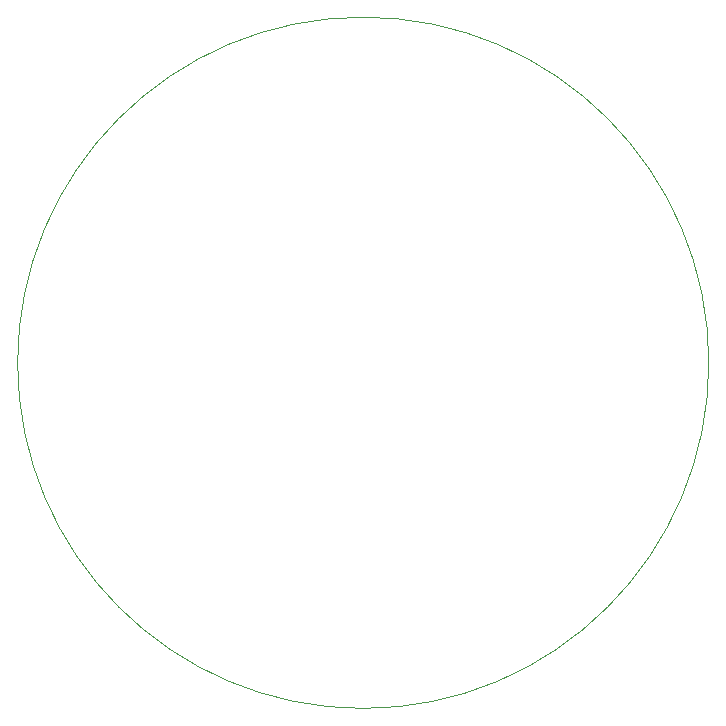
<source format=gbr>
%TF.GenerationSoftware,KiCad,Pcbnew,8.0.9*%
%TF.CreationDate,2025-12-12T10:11:10+01:00*%
%TF.ProjectId,Project,50726f6a-6563-4742-9e6b-696361645f70,rev?*%
%TF.SameCoordinates,Original*%
%TF.FileFunction,Profile,NP*%
%FSLAX46Y46*%
G04 Gerber Fmt 4.6, Leading zero omitted, Abs format (unit mm)*
G04 Created by KiCad (PCBNEW 8.0.9) date 2025-12-12 10:11:10*
%MOMM*%
%LPD*%
G01*
G04 APERTURE LIST*
%TA.AperFunction,Profile*%
%ADD10C,0.050000*%
%TD*%
G04 APERTURE END LIST*
D10*
X208434031Y-100076000D02*
G75*
G02*
X149909169Y-100076000I-29262431J0D01*
G01*
X149909169Y-100076000D02*
G75*
G02*
X208434031Y-100076000I29262431J0D01*
G01*
M02*

</source>
